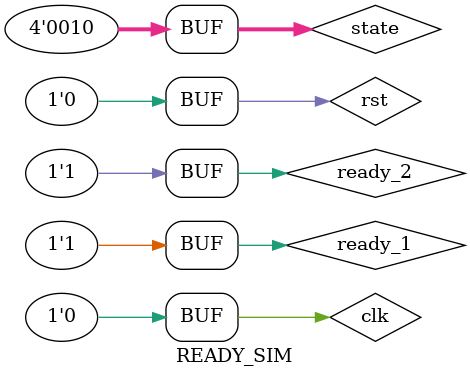
<source format=v>
`timescale 1ns / 100ps

module READY_SIM();

reg clk, rst, ready_1, ready_2;
reg [3:0] state;

wire [3:0] num, num_2;
wire ok, ok_2, led;




READY r0(
//----------------input-----------
    .CLK(clk),
    .RST(rst),
    .READY_1P(ready_1),
    .READY_2P(ready_2),
    .STATE(state),
    
 //----------------output----------   
    .NUM(num),
    .NUM_2(num_2),
    .OK(ok),
    .OK_2(ok_2),
    .LED(led)

);

always begin
        clk = 1;
  #0.8  clk = 0;
  #0.8;
end


initial begin
  rst = 0;
  ready_1 = 0;
  ready_2 = 0;
  state = 4'b0010;//READY
#5 ready_1 = 1;
#5 ready_2 = 1;
end

endmodule
</source>
